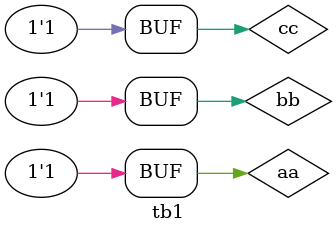
<source format=sv>
`timescale 1ns/1ns
module tb1();

    logic aa, bb, cc;
    wire outy1, outy0;

    OC1 myoc(.y1(outy1), .y0(outy0), .a(aa), .b(bb), .c(cc));

    initial begin
        #100 aa=0;bb=0;cc=0;
        #100 aa=0;bb=0;cc=1;
        #100 aa=0;bb=1;cc=0;
        #100 aa=0;bb=1;cc=1;
        #100 aa=1;bb=0;cc=0;
        #100 aa=1;bb=0;cc=1;
        #100 aa=1;bb=1;cc=0;
        #100 aa=1;bb=1;cc=1;

    end

endmodule
</source>
